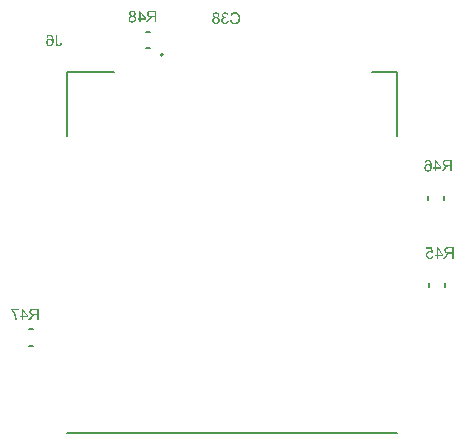
<source format=gbo>
G04*
G04 #@! TF.GenerationSoftware,Altium Limited,Altium Designer,20.1.11 (218)*
G04*
G04 Layer_Color=32896*
%FSAX25Y25*%
%MOIN*%
G70*
G04*
G04 #@! TF.SameCoordinates,67A62120-44F4-422E-8626-A4E8A68DA6A5*
G04*
G04*
G04 #@! TF.FilePolarity,Positive*
G04*
G01*
G75*
%ADD13C,0.00787*%
%ADD16C,0.00500*%
G36*
X0092330Y-0257855D02*
X0091821D01*
Y-0256147D01*
X0091166D01*
X0091107Y-0256153D01*
X0091060D01*
X0091019Y-0256159D01*
X0090990Y-0256164D01*
X0090967D01*
X0090955Y-0256170D01*
X0090949D01*
X0090861Y-0256200D01*
X0090791Y-0256235D01*
X0090762Y-0256252D01*
X0090739Y-0256264D01*
X0090727Y-0256270D01*
X0090721Y-0256276D01*
X0090674Y-0256305D01*
X0090633Y-0256346D01*
X0090545Y-0256428D01*
X0090516Y-0256469D01*
X0090487Y-0256504D01*
X0090469Y-0256527D01*
X0090464Y-0256533D01*
X0090405Y-0256609D01*
X0090347Y-0256691D01*
X0090282Y-0256779D01*
X0090224Y-0256866D01*
X0090171Y-0256943D01*
X0090130Y-0257001D01*
X0090118Y-0257024D01*
X0090107Y-0257042D01*
X0090095Y-0257054D01*
Y-0257060D01*
X0089586Y-0257855D01*
X0088949D01*
X0089615Y-0256814D01*
X0089691Y-0256703D01*
X0089767Y-0256603D01*
X0089838Y-0256515D01*
X0089902Y-0256439D01*
X0089955Y-0256381D01*
X0089996Y-0256334D01*
X0090025Y-0256311D01*
X0090037Y-0256299D01*
X0090078Y-0256264D01*
X0090130Y-0256229D01*
X0090230Y-0256164D01*
X0090271Y-0256141D01*
X0090306Y-0256123D01*
X0090329Y-0256112D01*
X0090341Y-0256106D01*
X0090241Y-0256088D01*
X0090148Y-0256071D01*
X0090060Y-0256047D01*
X0089984Y-0256018D01*
X0089908Y-0255989D01*
X0089843Y-0255960D01*
X0089779Y-0255930D01*
X0089727Y-0255901D01*
X0089680Y-0255872D01*
X0089639Y-0255849D01*
X0089604Y-0255819D01*
X0089574Y-0255802D01*
X0089557Y-0255778D01*
X0089539Y-0255767D01*
X0089528Y-0255755D01*
X0089481Y-0255702D01*
X0089440Y-0255644D01*
X0089370Y-0255527D01*
X0089323Y-0255416D01*
X0089294Y-0255305D01*
X0089270Y-0255211D01*
X0089264Y-0255170D01*
Y-0255135D01*
X0089258Y-0255106D01*
Y-0255082D01*
Y-0255070D01*
Y-0255065D01*
X0089264Y-0254948D01*
X0089282Y-0254842D01*
X0089311Y-0254743D01*
X0089340Y-0254655D01*
X0089370Y-0254585D01*
X0089399Y-0254532D01*
X0089416Y-0254497D01*
X0089422Y-0254486D01*
X0089487Y-0254392D01*
X0089557Y-0254316D01*
X0089627Y-0254252D01*
X0089697Y-0254205D01*
X0089756Y-0254164D01*
X0089803Y-0254134D01*
X0089838Y-0254123D01*
X0089843Y-0254117D01*
X0089849D01*
X0089902Y-0254099D01*
X0089960Y-0254082D01*
X0090083Y-0254058D01*
X0090212Y-0254035D01*
X0090335Y-0254023D01*
X0090452Y-0254017D01*
X0090499D01*
X0090545Y-0254012D01*
X0092330D01*
Y-0257855D01*
D02*
G37*
G36*
X0088814Y-0256504D02*
Y-0256937D01*
X0087147D01*
Y-0257855D01*
X0086673D01*
Y-0256937D01*
X0086152D01*
Y-0256504D01*
X0086673D01*
Y-0254017D01*
X0087059D01*
X0088814Y-0256504D01*
D02*
G37*
G36*
X0084520Y-0254000D02*
X0084602Y-0254006D01*
X0084760Y-0254041D01*
X0084900Y-0254082D01*
X0085011Y-0254134D01*
X0085064Y-0254164D01*
X0085105Y-0254187D01*
X0085140Y-0254216D01*
X0085175Y-0254234D01*
X0085199Y-0254252D01*
X0085216Y-0254269D01*
X0085222Y-0254275D01*
X0085228Y-0254281D01*
X0085281Y-0254333D01*
X0085327Y-0254392D01*
X0085368Y-0254450D01*
X0085397Y-0254515D01*
X0085456Y-0254632D01*
X0085491Y-0254743D01*
X0085509Y-0254842D01*
X0085514Y-0254883D01*
X0085520Y-0254918D01*
X0085526Y-0254948D01*
Y-0254971D01*
Y-0254983D01*
Y-0254989D01*
X0085520Y-0255088D01*
X0085503Y-0255176D01*
X0085479Y-0255258D01*
X0085456Y-0255328D01*
X0085433Y-0255386D01*
X0085409Y-0255427D01*
X0085392Y-0255451D01*
X0085386Y-0255462D01*
X0085327Y-0255533D01*
X0085257Y-0255591D01*
X0085187Y-0255644D01*
X0085111Y-0255691D01*
X0085046Y-0255720D01*
X0084994Y-0255749D01*
X0084959Y-0255761D01*
X0084953Y-0255767D01*
X0084947D01*
X0085070Y-0255808D01*
X0085181Y-0255860D01*
X0085275Y-0255919D01*
X0085351Y-0255977D01*
X0085409Y-0256030D01*
X0085456Y-0256077D01*
X0085479Y-0256106D01*
X0085491Y-0256112D01*
Y-0256118D01*
X0085555Y-0256217D01*
X0085596Y-0256322D01*
X0085632Y-0256428D01*
X0085655Y-0256527D01*
X0085667Y-0256609D01*
X0085672Y-0256650D01*
Y-0256679D01*
X0085678Y-0256709D01*
Y-0256726D01*
Y-0256738D01*
Y-0256744D01*
X0085672Y-0256837D01*
X0085661Y-0256925D01*
X0085649Y-0257007D01*
X0085626Y-0257089D01*
X0085567Y-0257229D01*
X0085538Y-0257294D01*
X0085503Y-0257352D01*
X0085474Y-0257405D01*
X0085444Y-0257451D01*
X0085415Y-0257492D01*
X0085386Y-0257527D01*
X0085362Y-0257551D01*
X0085351Y-0257568D01*
X0085339Y-0257580D01*
X0085333Y-0257586D01*
X0085263Y-0257645D01*
X0085193Y-0257697D01*
X0085117Y-0257738D01*
X0085041Y-0257779D01*
X0084965Y-0257808D01*
X0084889Y-0257838D01*
X0084742Y-0257878D01*
X0084672Y-0257890D01*
X0084614Y-0257902D01*
X0084555Y-0257908D01*
X0084508Y-0257914D01*
X0084467Y-0257919D01*
X0084415D01*
X0084309Y-0257914D01*
X0084210Y-0257908D01*
X0084116Y-0257890D01*
X0084035Y-0257867D01*
X0083953Y-0257843D01*
X0083877Y-0257814D01*
X0083806Y-0257785D01*
X0083742Y-0257750D01*
X0083684Y-0257720D01*
X0083637Y-0257691D01*
X0083596Y-0257662D01*
X0083561Y-0257639D01*
X0083531Y-0257615D01*
X0083514Y-0257598D01*
X0083502Y-0257592D01*
X0083496Y-0257586D01*
X0083432Y-0257522D01*
X0083379Y-0257457D01*
X0083333Y-0257387D01*
X0083292Y-0257317D01*
X0083256Y-0257247D01*
X0083233Y-0257176D01*
X0083186Y-0257048D01*
X0083163Y-0256931D01*
X0083157Y-0256878D01*
X0083151Y-0256837D01*
X0083145Y-0256802D01*
Y-0256779D01*
Y-0256761D01*
Y-0256755D01*
X0083151Y-0256627D01*
X0083175Y-0256510D01*
X0083204Y-0256404D01*
X0083239Y-0256316D01*
X0083274Y-0256241D01*
X0083303Y-0256188D01*
X0083327Y-0256153D01*
X0083333Y-0256141D01*
X0083408Y-0256053D01*
X0083496Y-0255971D01*
X0083584Y-0255907D01*
X0083672Y-0255854D01*
X0083748Y-0255819D01*
X0083812Y-0255790D01*
X0083836Y-0255778D01*
X0083853Y-0255772D01*
X0083865Y-0255767D01*
X0083871D01*
X0083771Y-0255726D01*
X0083684Y-0255673D01*
X0083607Y-0255626D01*
X0083549Y-0255579D01*
X0083502Y-0255533D01*
X0083467Y-0255498D01*
X0083450Y-0255474D01*
X0083444Y-0255468D01*
X0083397Y-0255392D01*
X0083362Y-0255310D01*
X0083338Y-0255234D01*
X0083321Y-0255158D01*
X0083309Y-0255094D01*
X0083303Y-0255047D01*
Y-0255012D01*
Y-0255000D01*
X0083309Y-0254924D01*
X0083315Y-0254848D01*
X0083350Y-0254714D01*
X0083403Y-0254591D01*
X0083455Y-0254486D01*
X0083514Y-0254404D01*
X0083543Y-0254368D01*
X0083566Y-0254339D01*
X0083584Y-0254316D01*
X0083602Y-0254298D01*
X0083607Y-0254292D01*
X0083613Y-0254287D01*
X0083672Y-0254234D01*
X0083736Y-0254187D01*
X0083801Y-0254152D01*
X0083871Y-0254117D01*
X0084005Y-0254064D01*
X0084134Y-0254029D01*
X0084251Y-0254012D01*
X0084298Y-0254000D01*
X0084345D01*
X0084380Y-0253994D01*
X0084426D01*
X0084520Y-0254000D01*
D02*
G37*
G36*
X0053156Y-0357102D02*
X0052647D01*
Y-0355394D01*
X0051992D01*
X0051934Y-0355400D01*
X0051887D01*
X0051846Y-0355406D01*
X0051817Y-0355412D01*
X0051793D01*
X0051782Y-0355417D01*
X0051776D01*
X0051688Y-0355447D01*
X0051618Y-0355482D01*
X0051589Y-0355499D01*
X0051565Y-0355511D01*
X0051553Y-0355517D01*
X0051548Y-0355523D01*
X0051501Y-0355552D01*
X0051460Y-0355593D01*
X0051372Y-0355675D01*
X0051343Y-0355716D01*
X0051314Y-0355751D01*
X0051296Y-0355774D01*
X0051290Y-0355780D01*
X0051232Y-0355856D01*
X0051173Y-0355938D01*
X0051109Y-0356026D01*
X0051050Y-0356114D01*
X0050998Y-0356190D01*
X0050957Y-0356248D01*
X0050945Y-0356272D01*
X0050933Y-0356289D01*
X0050922Y-0356301D01*
Y-0356307D01*
X0050413Y-0357102D01*
X0049775D01*
X0050442Y-0356061D01*
X0050518Y-0355950D01*
X0050594Y-0355850D01*
X0050664Y-0355763D01*
X0050729Y-0355686D01*
X0050781Y-0355628D01*
X0050822Y-0355581D01*
X0050852Y-0355558D01*
X0050863Y-0355546D01*
X0050904Y-0355511D01*
X0050957Y-0355476D01*
X0051056Y-0355412D01*
X0051097Y-0355388D01*
X0051132Y-0355371D01*
X0051156Y-0355359D01*
X0051167Y-0355353D01*
X0051068Y-0355335D01*
X0050974Y-0355318D01*
X0050887Y-0355295D01*
X0050810Y-0355265D01*
X0050735Y-0355236D01*
X0050670Y-0355207D01*
X0050606Y-0355178D01*
X0050553Y-0355148D01*
X0050506Y-0355119D01*
X0050465Y-0355096D01*
X0050430Y-0355066D01*
X0050401Y-0355049D01*
X0050384Y-0355026D01*
X0050366Y-0355014D01*
X0050354Y-0355002D01*
X0050307Y-0354949D01*
X0050266Y-0354891D01*
X0050196Y-0354774D01*
X0050150Y-0354663D01*
X0050120Y-0354552D01*
X0050097Y-0354458D01*
X0050091Y-0354417D01*
Y-0354382D01*
X0050085Y-0354353D01*
Y-0354329D01*
Y-0354318D01*
Y-0354312D01*
X0050091Y-0354195D01*
X0050108Y-0354089D01*
X0050138Y-0353990D01*
X0050167Y-0353902D01*
X0050196Y-0353832D01*
X0050226Y-0353779D01*
X0050243Y-0353744D01*
X0050249Y-0353733D01*
X0050313Y-0353639D01*
X0050384Y-0353563D01*
X0050454Y-0353499D01*
X0050524Y-0353452D01*
X0050582Y-0353411D01*
X0050629Y-0353382D01*
X0050664Y-0353370D01*
X0050670Y-0353364D01*
X0050676D01*
X0050729Y-0353346D01*
X0050787Y-0353329D01*
X0050910Y-0353306D01*
X0051039Y-0353282D01*
X0051161Y-0353271D01*
X0051279Y-0353265D01*
X0051325D01*
X0051372Y-0353259D01*
X0053156D01*
Y-0357102D01*
D02*
G37*
G36*
X0049641Y-0355751D02*
Y-0356184D01*
X0047973D01*
Y-0357102D01*
X0047499D01*
Y-0356184D01*
X0046979D01*
Y-0355751D01*
X0047499D01*
Y-0353265D01*
X0047886D01*
X0049641Y-0355751D01*
D02*
G37*
G36*
X0046470Y-0353756D02*
X0044586D01*
X0044721Y-0353920D01*
X0044844Y-0354089D01*
X0044960Y-0354259D01*
X0045066Y-0354417D01*
X0045107Y-0354493D01*
X0045148Y-0354557D01*
X0045183Y-0354616D01*
X0045212Y-0354669D01*
X0045235Y-0354710D01*
X0045253Y-0354739D01*
X0045265Y-0354762D01*
X0045271Y-0354768D01*
X0045382Y-0354990D01*
X0045481Y-0355213D01*
X0045563Y-0355423D01*
X0045598Y-0355523D01*
X0045633Y-0355610D01*
X0045663Y-0355698D01*
X0045686Y-0355774D01*
X0045709Y-0355839D01*
X0045727Y-0355897D01*
X0045739Y-0355944D01*
X0045750Y-0355979D01*
X0045756Y-0356002D01*
Y-0356008D01*
X0045815Y-0356242D01*
X0045838Y-0356348D01*
X0045856Y-0356453D01*
X0045873Y-0356546D01*
X0045885Y-0356634D01*
X0045897Y-0356722D01*
X0045908Y-0356798D01*
X0045914Y-0356862D01*
X0045920Y-0356927D01*
X0045926Y-0356979D01*
Y-0357020D01*
X0045932Y-0357055D01*
Y-0357079D01*
Y-0357096D01*
Y-0357102D01*
X0045446D01*
X0045428Y-0356892D01*
X0045405Y-0356693D01*
X0045376Y-0356517D01*
X0045358Y-0356435D01*
X0045347Y-0356359D01*
X0045329Y-0356295D01*
X0045317Y-0356231D01*
X0045306Y-0356178D01*
X0045294Y-0356131D01*
X0045282Y-0356096D01*
X0045276Y-0356073D01*
X0045271Y-0356055D01*
Y-0356049D01*
X0045189Y-0355792D01*
X0045101Y-0355552D01*
X0045054Y-0355435D01*
X0045007Y-0355324D01*
X0044960Y-0355219D01*
X0044920Y-0355125D01*
X0044879Y-0355037D01*
X0044838Y-0354955D01*
X0044803Y-0354885D01*
X0044773Y-0354827D01*
X0044750Y-0354780D01*
X0044732Y-0354745D01*
X0044721Y-0354721D01*
X0044715Y-0354715D01*
X0044645Y-0354598D01*
X0044580Y-0354481D01*
X0044510Y-0354376D01*
X0044446Y-0354277D01*
X0044387Y-0354183D01*
X0044323Y-0354101D01*
X0044264Y-0354019D01*
X0044212Y-0353949D01*
X0044165Y-0353891D01*
X0044118Y-0353832D01*
X0044077Y-0353785D01*
X0044048Y-0353744D01*
X0044019Y-0353715D01*
X0044001Y-0353692D01*
X0043989Y-0353680D01*
X0043984Y-0353674D01*
Y-0353306D01*
X0046470D01*
Y-0353756D01*
D02*
G37*
G36*
X0183043Y-0303669D02*
X0183149Y-0303680D01*
X0183248Y-0303704D01*
X0183342Y-0303733D01*
X0183429Y-0303768D01*
X0183505Y-0303803D01*
X0183581Y-0303844D01*
X0183646Y-0303885D01*
X0183704Y-0303926D01*
X0183757Y-0303967D01*
X0183798Y-0304002D01*
X0183839Y-0304037D01*
X0183868Y-0304067D01*
X0183886Y-0304090D01*
X0183897Y-0304102D01*
X0183903Y-0304108D01*
X0183973Y-0304207D01*
X0184038Y-0304324D01*
X0184090Y-0304441D01*
X0184137Y-0304576D01*
X0184178Y-0304704D01*
X0184213Y-0304839D01*
X0184242Y-0304973D01*
X0184260Y-0305108D01*
X0184277Y-0305231D01*
X0184289Y-0305348D01*
X0184301Y-0305453D01*
X0184307Y-0305547D01*
X0184313Y-0305623D01*
Y-0305681D01*
Y-0305699D01*
Y-0305716D01*
Y-0305722D01*
Y-0305728D01*
X0184307Y-0305909D01*
X0184295Y-0306073D01*
X0184277Y-0306231D01*
X0184254Y-0306371D01*
X0184225Y-0306500D01*
X0184196Y-0306617D01*
X0184160Y-0306722D01*
X0184125Y-0306816D01*
X0184096Y-0306898D01*
X0184061Y-0306968D01*
X0184032Y-0307027D01*
X0184003Y-0307073D01*
X0183979Y-0307109D01*
X0183962Y-0307132D01*
X0183950Y-0307150D01*
X0183944Y-0307155D01*
X0183874Y-0307231D01*
X0183798Y-0307296D01*
X0183716Y-0307354D01*
X0183634Y-0307407D01*
X0183552Y-0307448D01*
X0183476Y-0307483D01*
X0183394Y-0307512D01*
X0183318Y-0307536D01*
X0183248Y-0307553D01*
X0183184Y-0307565D01*
X0183125Y-0307577D01*
X0183078Y-0307582D01*
X0183037D01*
X0183002Y-0307588D01*
X0182979D01*
X0182856Y-0307582D01*
X0182739Y-0307565D01*
X0182634Y-0307536D01*
X0182540Y-0307506D01*
X0182470Y-0307477D01*
X0182411Y-0307448D01*
X0182376Y-0307430D01*
X0182365Y-0307424D01*
X0182265Y-0307354D01*
X0182183Y-0307278D01*
X0182107Y-0307202D01*
X0182043Y-0307126D01*
X0181996Y-0307056D01*
X0181961Y-0307003D01*
X0181949Y-0306980D01*
X0181938Y-0306962D01*
X0181932Y-0306957D01*
Y-0306951D01*
X0181879Y-0306834D01*
X0181838Y-0306717D01*
X0181815Y-0306600D01*
X0181791Y-0306500D01*
X0181780Y-0306407D01*
Y-0306371D01*
X0181774Y-0306336D01*
Y-0306313D01*
Y-0306295D01*
Y-0306284D01*
Y-0306278D01*
X0181780Y-0306178D01*
X0181785Y-0306079D01*
X0181803Y-0305991D01*
X0181826Y-0305904D01*
X0181850Y-0305827D01*
X0181879Y-0305751D01*
X0181908Y-0305687D01*
X0181938Y-0305623D01*
X0181973Y-0305570D01*
X0182002Y-0305523D01*
X0182031Y-0305482D01*
X0182054Y-0305447D01*
X0182078Y-0305418D01*
X0182096Y-0305400D01*
X0182101Y-0305389D01*
X0182107Y-0305383D01*
X0182172Y-0305318D01*
X0182236Y-0305266D01*
X0182306Y-0305219D01*
X0182376Y-0305178D01*
X0182441Y-0305143D01*
X0182511Y-0305120D01*
X0182634Y-0305073D01*
X0182745Y-0305049D01*
X0182792Y-0305044D01*
X0182833Y-0305038D01*
X0182868Y-0305032D01*
X0182914D01*
X0183014Y-0305038D01*
X0183107Y-0305049D01*
X0183195Y-0305073D01*
X0183271Y-0305096D01*
X0183336Y-0305120D01*
X0183388Y-0305143D01*
X0183418Y-0305155D01*
X0183429Y-0305161D01*
X0183517Y-0305213D01*
X0183599Y-0305272D01*
X0183669Y-0305336D01*
X0183728Y-0305400D01*
X0183780Y-0305459D01*
X0183815Y-0305506D01*
X0183839Y-0305535D01*
X0183845Y-0305541D01*
Y-0305441D01*
X0183839Y-0305342D01*
X0183833Y-0305248D01*
X0183827Y-0305161D01*
X0183815Y-0305084D01*
X0183804Y-0305009D01*
X0183792Y-0304944D01*
X0183780Y-0304886D01*
X0183769Y-0304833D01*
X0183757Y-0304786D01*
X0183745Y-0304745D01*
X0183733Y-0304716D01*
X0183728Y-0304693D01*
X0183722Y-0304669D01*
X0183716Y-0304663D01*
Y-0304658D01*
X0183663Y-0304546D01*
X0183605Y-0304447D01*
X0183546Y-0304365D01*
X0183488Y-0304301D01*
X0183441Y-0304248D01*
X0183400Y-0304207D01*
X0183377Y-0304184D01*
X0183365Y-0304178D01*
X0183295Y-0304137D01*
X0183230Y-0304102D01*
X0183160Y-0304078D01*
X0183096Y-0304067D01*
X0183043Y-0304055D01*
X0183002Y-0304049D01*
X0182961D01*
X0182862Y-0304055D01*
X0182768Y-0304078D01*
X0182686Y-0304113D01*
X0182616Y-0304149D01*
X0182563Y-0304189D01*
X0182523Y-0304219D01*
X0182493Y-0304242D01*
X0182487Y-0304254D01*
X0182447Y-0304307D01*
X0182411Y-0304365D01*
X0182353Y-0304500D01*
X0182335Y-0304558D01*
X0182318Y-0304605D01*
X0182306Y-0304640D01*
Y-0304646D01*
Y-0304652D01*
X0181838Y-0304616D01*
X0181867Y-0304459D01*
X0181920Y-0304318D01*
X0181973Y-0304201D01*
X0182037Y-0304102D01*
X0182096Y-0304026D01*
X0182142Y-0303967D01*
X0182177Y-0303932D01*
X0182183Y-0303920D01*
X0182189D01*
X0182248Y-0303874D01*
X0182306Y-0303833D01*
X0182429Y-0303774D01*
X0182552Y-0303727D01*
X0182669Y-0303692D01*
X0182774Y-0303675D01*
X0182821Y-0303669D01*
X0182856D01*
X0182891Y-0303663D01*
X0182932D01*
X0183043Y-0303669D01*
D02*
G37*
G36*
X0190947Y-0307524D02*
X0190438D01*
Y-0305816D01*
X0189782D01*
X0189724Y-0305822D01*
X0189677D01*
X0189636Y-0305827D01*
X0189607Y-0305833D01*
X0189584D01*
X0189572Y-0305839D01*
X0189566D01*
X0189478Y-0305868D01*
X0189408Y-0305904D01*
X0189379Y-0305921D01*
X0189355Y-0305933D01*
X0189344Y-0305939D01*
X0189338Y-0305944D01*
X0189291Y-0305974D01*
X0189250Y-0306015D01*
X0189162Y-0306097D01*
X0189133Y-0306137D01*
X0189104Y-0306173D01*
X0189086Y-0306196D01*
X0189080Y-0306202D01*
X0189022Y-0306278D01*
X0188963Y-0306360D01*
X0188899Y-0306448D01*
X0188841Y-0306535D01*
X0188788Y-0306611D01*
X0188747Y-0306670D01*
X0188735Y-0306693D01*
X0188724Y-0306711D01*
X0188712Y-0306722D01*
Y-0306728D01*
X0188203Y-0307524D01*
X0187565D01*
X0188232Y-0306483D01*
X0188308Y-0306371D01*
X0188384Y-0306272D01*
X0188454Y-0306184D01*
X0188519Y-0306108D01*
X0188572Y-0306050D01*
X0188612Y-0306003D01*
X0188642Y-0305980D01*
X0188653Y-0305968D01*
X0188694Y-0305933D01*
X0188747Y-0305898D01*
X0188846Y-0305833D01*
X0188887Y-0305810D01*
X0188923Y-0305792D01*
X0188946Y-0305781D01*
X0188958Y-0305775D01*
X0188858Y-0305757D01*
X0188765Y-0305740D01*
X0188677Y-0305716D01*
X0188601Y-0305687D01*
X0188525Y-0305658D01*
X0188460Y-0305629D01*
X0188396Y-0305599D01*
X0188343Y-0305570D01*
X0188296Y-0305541D01*
X0188256Y-0305517D01*
X0188221Y-0305488D01*
X0188191Y-0305471D01*
X0188174Y-0305447D01*
X0188156Y-0305435D01*
X0188144Y-0305424D01*
X0188098Y-0305371D01*
X0188057Y-0305313D01*
X0187986Y-0305196D01*
X0187940Y-0305084D01*
X0187910Y-0304973D01*
X0187887Y-0304880D01*
X0187881Y-0304839D01*
Y-0304804D01*
X0187875Y-0304774D01*
Y-0304751D01*
Y-0304739D01*
Y-0304733D01*
X0187881Y-0304616D01*
X0187899Y-0304511D01*
X0187928Y-0304412D01*
X0187957Y-0304324D01*
X0187986Y-0304254D01*
X0188016Y-0304201D01*
X0188033Y-0304166D01*
X0188039Y-0304154D01*
X0188103Y-0304061D01*
X0188174Y-0303985D01*
X0188244Y-0303920D01*
X0188314Y-0303874D01*
X0188373Y-0303833D01*
X0188419Y-0303803D01*
X0188454Y-0303792D01*
X0188460Y-0303786D01*
X0188466D01*
X0188519Y-0303768D01*
X0188577Y-0303751D01*
X0188700Y-0303727D01*
X0188829Y-0303704D01*
X0188952Y-0303692D01*
X0189069Y-0303686D01*
X0189116D01*
X0189162Y-0303680D01*
X0190947D01*
Y-0307524D01*
D02*
G37*
G36*
X0187431Y-0306173D02*
Y-0306606D01*
X0185763D01*
Y-0307524D01*
X0185290D01*
Y-0306606D01*
X0184769D01*
Y-0306173D01*
X0185290D01*
Y-0303686D01*
X0185676D01*
X0187431Y-0306173D01*
D02*
G37*
G36*
X0184738Y-0334810D02*
X0184293Y-0334874D01*
X0184253Y-0334816D01*
X0184206Y-0334763D01*
X0184159Y-0334716D01*
X0184118Y-0334675D01*
X0184077Y-0334646D01*
X0184042Y-0334623D01*
X0184019Y-0334611D01*
X0184013Y-0334605D01*
X0183942Y-0334570D01*
X0183872Y-0334541D01*
X0183802Y-0334523D01*
X0183738Y-0334506D01*
X0183679Y-0334500D01*
X0183638Y-0334494D01*
X0183597D01*
X0183469Y-0334506D01*
X0183352Y-0334529D01*
X0183246Y-0334570D01*
X0183165Y-0334611D01*
X0183094Y-0334652D01*
X0183047Y-0334693D01*
X0183018Y-0334716D01*
X0183007Y-0334728D01*
X0182930Y-0334821D01*
X0182872Y-0334927D01*
X0182831Y-0335032D01*
X0182808Y-0335131D01*
X0182790Y-0335225D01*
X0182784Y-0335266D01*
Y-0335301D01*
X0182778Y-0335325D01*
Y-0335348D01*
Y-0335360D01*
Y-0335365D01*
X0182790Y-0335518D01*
X0182813Y-0335652D01*
X0182854Y-0335769D01*
X0182895Y-0335869D01*
X0182936Y-0335945D01*
X0182977Y-0336003D01*
X0183001Y-0336038D01*
X0183012Y-0336044D01*
Y-0336050D01*
X0183059Y-0336097D01*
X0183106Y-0336132D01*
X0183200Y-0336196D01*
X0183299Y-0336237D01*
X0183387Y-0336272D01*
X0183469Y-0336290D01*
X0183533Y-0336296D01*
X0183556Y-0336301D01*
X0183591D01*
X0183691Y-0336296D01*
X0183784Y-0336272D01*
X0183867Y-0336243D01*
X0183937Y-0336214D01*
X0183995Y-0336179D01*
X0184036Y-0336155D01*
X0184060Y-0336132D01*
X0184071Y-0336126D01*
X0184141Y-0336050D01*
X0184194Y-0335962D01*
X0184241Y-0335874D01*
X0184270Y-0335787D01*
X0184293Y-0335705D01*
X0184311Y-0335640D01*
X0184317Y-0335617D01*
X0184323Y-0335599D01*
Y-0335588D01*
Y-0335582D01*
X0184820Y-0335617D01*
X0184808Y-0335705D01*
X0184791Y-0335792D01*
X0184744Y-0335945D01*
X0184680Y-0336079D01*
X0184615Y-0336190D01*
X0184580Y-0336237D01*
X0184551Y-0336278D01*
X0184522Y-0336313D01*
X0184498Y-0336342D01*
X0184475Y-0336366D01*
X0184457Y-0336383D01*
X0184451Y-0336389D01*
X0184446Y-0336395D01*
X0184381Y-0336448D01*
X0184311Y-0336489D01*
X0184241Y-0336530D01*
X0184171Y-0336565D01*
X0184030Y-0336617D01*
X0183896Y-0336652D01*
X0183831Y-0336664D01*
X0183773Y-0336670D01*
X0183720Y-0336676D01*
X0183679Y-0336682D01*
X0183644Y-0336687D01*
X0183591D01*
X0183475Y-0336682D01*
X0183363Y-0336670D01*
X0183264Y-0336647D01*
X0183165Y-0336617D01*
X0183077Y-0336582D01*
X0182989Y-0336541D01*
X0182913Y-0336500D01*
X0182849Y-0336454D01*
X0182784Y-0336413D01*
X0182731Y-0336372D01*
X0182685Y-0336331D01*
X0182650Y-0336296D01*
X0182620Y-0336266D01*
X0182597Y-0336243D01*
X0182585Y-0336231D01*
X0182579Y-0336225D01*
X0182527Y-0336155D01*
X0182480Y-0336079D01*
X0182439Y-0336003D01*
X0182404Y-0335921D01*
X0182351Y-0335775D01*
X0182310Y-0335634D01*
X0182299Y-0335570D01*
X0182293Y-0335512D01*
X0182287Y-0335459D01*
X0182281Y-0335412D01*
X0182275Y-0335377D01*
Y-0335348D01*
Y-0335330D01*
Y-0335325D01*
X0182281Y-0335225D01*
X0182293Y-0335126D01*
X0182310Y-0335038D01*
X0182328Y-0334950D01*
X0182357Y-0334874D01*
X0182386Y-0334798D01*
X0182416Y-0334734D01*
X0182451Y-0334669D01*
X0182486Y-0334617D01*
X0182515Y-0334570D01*
X0182544Y-0334529D01*
X0182574Y-0334494D01*
X0182591Y-0334465D01*
X0182609Y-0334447D01*
X0182620Y-0334435D01*
X0182626Y-0334429D01*
X0182691Y-0334365D01*
X0182761Y-0334312D01*
X0182831Y-0334266D01*
X0182907Y-0334225D01*
X0182977Y-0334190D01*
X0183047Y-0334166D01*
X0183182Y-0334119D01*
X0183240Y-0334108D01*
X0183299Y-0334096D01*
X0183346Y-0334090D01*
X0183393Y-0334084D01*
X0183428Y-0334078D01*
X0183475D01*
X0183615Y-0334090D01*
X0183749Y-0334119D01*
X0183872Y-0334155D01*
X0183978Y-0334201D01*
X0184071Y-0334248D01*
X0184106Y-0334266D01*
X0184141Y-0334283D01*
X0184165Y-0334301D01*
X0184182Y-0334312D01*
X0184194Y-0334318D01*
X0184200Y-0334324D01*
X0183989Y-0333289D01*
X0182457D01*
Y-0332838D01*
X0184364D01*
X0184738Y-0334810D01*
D02*
G37*
G36*
X0191477Y-0336623D02*
X0190968D01*
Y-0334915D01*
X0190313D01*
X0190255Y-0334921D01*
X0190208D01*
X0190167Y-0334927D01*
X0190138Y-0334932D01*
X0190114D01*
X0190103Y-0334938D01*
X0190097D01*
X0190009Y-0334968D01*
X0189939Y-0335003D01*
X0189910Y-0335020D01*
X0189886Y-0335032D01*
X0189874Y-0335038D01*
X0189869Y-0335044D01*
X0189822Y-0335073D01*
X0189781Y-0335114D01*
X0189693Y-0335196D01*
X0189664Y-0335237D01*
X0189635Y-0335272D01*
X0189617Y-0335295D01*
X0189611Y-0335301D01*
X0189553Y-0335377D01*
X0189494Y-0335459D01*
X0189430Y-0335547D01*
X0189371Y-0335634D01*
X0189319Y-0335711D01*
X0189278Y-0335769D01*
X0189266Y-0335792D01*
X0189254Y-0335810D01*
X0189243Y-0335822D01*
Y-0335828D01*
X0188734Y-0336623D01*
X0188096D01*
X0188763Y-0335582D01*
X0188839Y-0335471D01*
X0188915Y-0335371D01*
X0188985Y-0335283D01*
X0189049Y-0335208D01*
X0189102Y-0335149D01*
X0189143Y-0335102D01*
X0189172Y-0335079D01*
X0189184Y-0335067D01*
X0189225Y-0335032D01*
X0189278Y-0334997D01*
X0189377Y-0334932D01*
X0189418Y-0334909D01*
X0189453Y-0334892D01*
X0189477Y-0334880D01*
X0189488Y-0334874D01*
X0189389Y-0334857D01*
X0189295Y-0334839D01*
X0189207Y-0334816D01*
X0189131Y-0334786D01*
X0189055Y-0334757D01*
X0188991Y-0334728D01*
X0188927Y-0334699D01*
X0188874Y-0334669D01*
X0188827Y-0334640D01*
X0188786Y-0334617D01*
X0188751Y-0334587D01*
X0188722Y-0334570D01*
X0188704Y-0334546D01*
X0188687Y-0334535D01*
X0188675Y-0334523D01*
X0188628Y-0334470D01*
X0188587Y-0334412D01*
X0188517Y-0334295D01*
X0188470Y-0334184D01*
X0188441Y-0334073D01*
X0188418Y-0333979D01*
X0188412Y-0333938D01*
Y-0333903D01*
X0188406Y-0333874D01*
Y-0333850D01*
Y-0333839D01*
Y-0333833D01*
X0188412Y-0333716D01*
X0188429Y-0333610D01*
X0188459Y-0333511D01*
X0188488Y-0333423D01*
X0188517Y-0333353D01*
X0188547Y-0333300D01*
X0188564Y-0333265D01*
X0188570Y-0333254D01*
X0188634Y-0333160D01*
X0188704Y-0333084D01*
X0188775Y-0333020D01*
X0188845Y-0332973D01*
X0188903Y-0332932D01*
X0188950Y-0332903D01*
X0188985Y-0332891D01*
X0188991Y-0332885D01*
X0188997D01*
X0189049Y-0332868D01*
X0189108Y-0332850D01*
X0189231Y-0332826D01*
X0189360Y-0332803D01*
X0189482Y-0332791D01*
X0189600Y-0332786D01*
X0189646D01*
X0189693Y-0332780D01*
X0191477D01*
Y-0336623D01*
D02*
G37*
G36*
X0187961Y-0335272D02*
Y-0335705D01*
X0186294D01*
Y-0336623D01*
X0185820D01*
Y-0335705D01*
X0185300D01*
Y-0335272D01*
X0185820D01*
Y-0332786D01*
X0186206D01*
X0187961Y-0335272D01*
D02*
G37*
G36*
X0056929Y-0261935D02*
X0057034Y-0261947D01*
X0057134Y-0261970D01*
X0057227Y-0262000D01*
X0057315Y-0262035D01*
X0057391Y-0262070D01*
X0057467Y-0262111D01*
X0057532Y-0262152D01*
X0057590Y-0262193D01*
X0057643Y-0262233D01*
X0057684Y-0262269D01*
X0057725Y-0262304D01*
X0057754Y-0262333D01*
X0057772Y-0262356D01*
X0057783Y-0262368D01*
X0057789Y-0262374D01*
X0057859Y-0262473D01*
X0057924Y-0262590D01*
X0057976Y-0262707D01*
X0058023Y-0262842D01*
X0058064Y-0262971D01*
X0058099Y-0263105D01*
X0058128Y-0263240D01*
X0058146Y-0263374D01*
X0058163Y-0263497D01*
X0058175Y-0263614D01*
X0058187Y-0263719D01*
X0058193Y-0263813D01*
X0058199Y-0263889D01*
Y-0263948D01*
Y-0263965D01*
Y-0263983D01*
Y-0263988D01*
Y-0263994D01*
X0058193Y-0264176D01*
X0058181Y-0264339D01*
X0058163Y-0264497D01*
X0058140Y-0264638D01*
X0058111Y-0264767D01*
X0058082Y-0264883D01*
X0058047Y-0264989D01*
X0058011Y-0265082D01*
X0057982Y-0265164D01*
X0057947Y-0265234D01*
X0057918Y-0265293D01*
X0057889Y-0265340D01*
X0057865Y-0265375D01*
X0057848Y-0265398D01*
X0057836Y-0265416D01*
X0057830Y-0265422D01*
X0057760Y-0265498D01*
X0057684Y-0265562D01*
X0057602Y-0265621D01*
X0057520Y-0265673D01*
X0057438Y-0265714D01*
X0057362Y-0265749D01*
X0057280Y-0265779D01*
X0057204Y-0265802D01*
X0057134Y-0265820D01*
X0057070Y-0265831D01*
X0057011Y-0265843D01*
X0056964Y-0265849D01*
X0056923D01*
X0056888Y-0265855D01*
X0056865D01*
X0056742Y-0265849D01*
X0056625Y-0265831D01*
X0056520Y-0265802D01*
X0056426Y-0265773D01*
X0056356Y-0265743D01*
X0056297Y-0265714D01*
X0056262Y-0265697D01*
X0056251Y-0265691D01*
X0056151Y-0265621D01*
X0056069Y-0265545D01*
X0055993Y-0265469D01*
X0055929Y-0265392D01*
X0055882Y-0265322D01*
X0055847Y-0265270D01*
X0055835Y-0265246D01*
X0055823Y-0265229D01*
X0055818Y-0265223D01*
Y-0265217D01*
X0055765Y-0265100D01*
X0055724Y-0264983D01*
X0055701Y-0264866D01*
X0055677Y-0264767D01*
X0055666Y-0264673D01*
Y-0264638D01*
X0055660Y-0264603D01*
Y-0264579D01*
Y-0264562D01*
Y-0264550D01*
Y-0264544D01*
X0055666Y-0264445D01*
X0055671Y-0264345D01*
X0055689Y-0264258D01*
X0055712Y-0264170D01*
X0055736Y-0264094D01*
X0055765Y-0264018D01*
X0055794Y-0263953D01*
X0055823Y-0263889D01*
X0055859Y-0263836D01*
X0055888Y-0263790D01*
X0055917Y-0263749D01*
X0055941Y-0263714D01*
X0055964Y-0263684D01*
X0055981Y-0263667D01*
X0055987Y-0263655D01*
X0055993Y-0263649D01*
X0056058Y-0263585D01*
X0056122Y-0263532D01*
X0056192Y-0263485D01*
X0056262Y-0263444D01*
X0056327Y-0263409D01*
X0056397Y-0263386D01*
X0056520Y-0263339D01*
X0056631Y-0263316D01*
X0056678Y-0263310D01*
X0056719Y-0263304D01*
X0056754Y-0263298D01*
X0056801D01*
X0056900Y-0263304D01*
X0056994Y-0263316D01*
X0057081Y-0263339D01*
X0057157Y-0263363D01*
X0057222Y-0263386D01*
X0057274Y-0263409D01*
X0057304Y-0263421D01*
X0057315Y-0263427D01*
X0057403Y-0263479D01*
X0057485Y-0263538D01*
X0057555Y-0263602D01*
X0057614Y-0263667D01*
X0057666Y-0263725D01*
X0057701Y-0263772D01*
X0057725Y-0263801D01*
X0057731Y-0263807D01*
Y-0263708D01*
X0057725Y-0263608D01*
X0057719Y-0263515D01*
X0057713Y-0263427D01*
X0057701Y-0263351D01*
X0057690Y-0263275D01*
X0057678Y-0263210D01*
X0057666Y-0263152D01*
X0057655Y-0263099D01*
X0057643Y-0263053D01*
X0057631Y-0263012D01*
X0057620Y-0262982D01*
X0057614Y-0262959D01*
X0057608Y-0262935D01*
X0057602Y-0262930D01*
Y-0262924D01*
X0057549Y-0262813D01*
X0057491Y-0262713D01*
X0057432Y-0262631D01*
X0057374Y-0262567D01*
X0057327Y-0262514D01*
X0057286Y-0262473D01*
X0057263Y-0262450D01*
X0057251Y-0262444D01*
X0057181Y-0262403D01*
X0057116Y-0262368D01*
X0057046Y-0262345D01*
X0056982Y-0262333D01*
X0056929Y-0262321D01*
X0056888Y-0262315D01*
X0056847D01*
X0056748Y-0262321D01*
X0056654Y-0262345D01*
X0056572Y-0262380D01*
X0056502Y-0262415D01*
X0056450Y-0262456D01*
X0056409Y-0262485D01*
X0056379Y-0262508D01*
X0056373Y-0262520D01*
X0056332Y-0262573D01*
X0056297Y-0262631D01*
X0056239Y-0262766D01*
X0056221Y-0262824D01*
X0056204Y-0262871D01*
X0056192Y-0262906D01*
Y-0262912D01*
Y-0262918D01*
X0055724Y-0262883D01*
X0055753Y-0262725D01*
X0055806Y-0262584D01*
X0055859Y-0262468D01*
X0055923Y-0262368D01*
X0055981Y-0262292D01*
X0056028Y-0262233D01*
X0056063Y-0262198D01*
X0056069Y-0262187D01*
X0056075D01*
X0056134Y-0262140D01*
X0056192Y-0262099D01*
X0056315Y-0262040D01*
X0056438Y-0261994D01*
X0056555Y-0261959D01*
X0056660Y-0261941D01*
X0056707Y-0261935D01*
X0056742D01*
X0056777Y-0261929D01*
X0056818D01*
X0056929Y-0261935D01*
D02*
G37*
G36*
X0059322Y-0264597D02*
Y-0264714D01*
X0059333Y-0264813D01*
X0059339Y-0264895D01*
X0059351Y-0264965D01*
X0059363Y-0265018D01*
X0059369Y-0265053D01*
X0059380Y-0265077D01*
Y-0265082D01*
X0059404Y-0265135D01*
X0059433Y-0265182D01*
X0059462Y-0265223D01*
X0059497Y-0265252D01*
X0059527Y-0265281D01*
X0059550Y-0265299D01*
X0059567Y-0265311D01*
X0059573Y-0265316D01*
X0059626Y-0265346D01*
X0059679Y-0265369D01*
X0059737Y-0265381D01*
X0059790Y-0265392D01*
X0059831Y-0265398D01*
X0059866Y-0265404D01*
X0059901D01*
X0059995Y-0265398D01*
X0060076Y-0265381D01*
X0060147Y-0265352D01*
X0060205Y-0265322D01*
X0060252Y-0265299D01*
X0060281Y-0265270D01*
X0060305Y-0265252D01*
X0060311Y-0265246D01*
X0060334Y-0265211D01*
X0060357Y-0265170D01*
X0060398Y-0265082D01*
X0060427Y-0264983D01*
X0060445Y-0264878D01*
X0060463Y-0264784D01*
X0060468Y-0264743D01*
Y-0264708D01*
X0060474Y-0264679D01*
Y-0264655D01*
Y-0264644D01*
Y-0264638D01*
X0060931Y-0264702D01*
Y-0264808D01*
X0060925Y-0264901D01*
X0060913Y-0264995D01*
X0060896Y-0265077D01*
X0060878Y-0265159D01*
X0060855Y-0265229D01*
X0060831Y-0265293D01*
X0060808Y-0265352D01*
X0060784Y-0265398D01*
X0060755Y-0265445D01*
X0060738Y-0265480D01*
X0060714Y-0265515D01*
X0060697Y-0265539D01*
X0060685Y-0265556D01*
X0060673Y-0265562D01*
Y-0265568D01*
X0060620Y-0265621D01*
X0060562Y-0265662D01*
X0060504Y-0265703D01*
X0060439Y-0265732D01*
X0060311Y-0265784D01*
X0060188Y-0265820D01*
X0060076Y-0265837D01*
X0060024Y-0265843D01*
X0059983Y-0265849D01*
X0059948Y-0265855D01*
X0059901D01*
X0059778Y-0265849D01*
X0059661Y-0265831D01*
X0059562Y-0265814D01*
X0059474Y-0265784D01*
X0059404Y-0265761D01*
X0059351Y-0265743D01*
X0059316Y-0265726D01*
X0059304Y-0265720D01*
X0059216Y-0265662D01*
X0059135Y-0265597D01*
X0059070Y-0265533D01*
X0059018Y-0265463D01*
X0058982Y-0265404D01*
X0058953Y-0265357D01*
X0058936Y-0265328D01*
X0058930Y-0265316D01*
X0058889Y-0265211D01*
X0058860Y-0265088D01*
X0058842Y-0264965D01*
X0058825Y-0264843D01*
X0058819Y-0264737D01*
Y-0264690D01*
X0058813Y-0264650D01*
Y-0264614D01*
Y-0264591D01*
Y-0264574D01*
Y-0264568D01*
Y-0261947D01*
X0059322D01*
Y-0264597D01*
D02*
G37*
G36*
X0115487Y-0254503D02*
X0115633Y-0254532D01*
X0115768Y-0254573D01*
X0115879Y-0254620D01*
X0115967Y-0254673D01*
X0116002Y-0254696D01*
X0116031Y-0254714D01*
X0116060Y-0254731D01*
X0116078Y-0254743D01*
X0116084Y-0254749D01*
X0116090Y-0254754D01*
X0116195Y-0254860D01*
X0116277Y-0254977D01*
X0116347Y-0255100D01*
X0116394Y-0255217D01*
X0116435Y-0255322D01*
X0116447Y-0255369D01*
X0116458Y-0255410D01*
X0116464Y-0255439D01*
X0116470Y-0255462D01*
X0116476Y-0255480D01*
Y-0255486D01*
X0116002Y-0255568D01*
X0115979Y-0255445D01*
X0115944Y-0255340D01*
X0115908Y-0255252D01*
X0115867Y-0255182D01*
X0115832Y-0255123D01*
X0115803Y-0255082D01*
X0115780Y-0255059D01*
X0115774Y-0255053D01*
X0115698Y-0254994D01*
X0115622Y-0254953D01*
X0115546Y-0254918D01*
X0115470Y-0254901D01*
X0115411Y-0254889D01*
X0115358Y-0254877D01*
X0115312D01*
X0115212Y-0254883D01*
X0115124Y-0254907D01*
X0115048Y-0254930D01*
X0114984Y-0254965D01*
X0114931Y-0254994D01*
X0114891Y-0255024D01*
X0114867Y-0255047D01*
X0114861Y-0255053D01*
X0114803Y-0255117D01*
X0114762Y-0255193D01*
X0114727Y-0255263D01*
X0114709Y-0255328D01*
X0114697Y-0255392D01*
X0114686Y-0255439D01*
Y-0255468D01*
Y-0255474D01*
Y-0255480D01*
X0114697Y-0255597D01*
X0114727Y-0255696D01*
X0114762Y-0255778D01*
X0114808Y-0255843D01*
X0114855Y-0255895D01*
X0114891Y-0255936D01*
X0114920Y-0255960D01*
X0114931Y-0255965D01*
X0115025Y-0256018D01*
X0115119Y-0256053D01*
X0115206Y-0256082D01*
X0115288Y-0256100D01*
X0115364Y-0256112D01*
X0115417Y-0256118D01*
X0115493D01*
X0115516Y-0256112D01*
X0115546D01*
X0115598Y-0256527D01*
X0115528Y-0256509D01*
X0115464Y-0256498D01*
X0115405Y-0256492D01*
X0115358Y-0256486D01*
X0115317Y-0256480D01*
X0115265D01*
X0115148Y-0256492D01*
X0115048Y-0256515D01*
X0114955Y-0256545D01*
X0114879Y-0256586D01*
X0114814Y-0256627D01*
X0114768Y-0256656D01*
X0114744Y-0256679D01*
X0114733Y-0256691D01*
X0114662Y-0256773D01*
X0114610Y-0256860D01*
X0114569Y-0256954D01*
X0114545Y-0257036D01*
X0114528Y-0257112D01*
X0114522Y-0257171D01*
X0114516Y-0257194D01*
Y-0257211D01*
Y-0257217D01*
Y-0257223D01*
X0114528Y-0257346D01*
X0114551Y-0257457D01*
X0114586Y-0257557D01*
X0114627Y-0257639D01*
X0114674Y-0257709D01*
X0114709Y-0257755D01*
X0114733Y-0257785D01*
X0114744Y-0257797D01*
X0114832Y-0257873D01*
X0114926Y-0257931D01*
X0115019Y-0257966D01*
X0115113Y-0257995D01*
X0115189Y-0258013D01*
X0115247Y-0258019D01*
X0115271Y-0258025D01*
X0115306D01*
X0115405Y-0258019D01*
X0115499Y-0257995D01*
X0115581Y-0257966D01*
X0115645Y-0257937D01*
X0115704Y-0257902D01*
X0115745Y-0257878D01*
X0115768Y-0257855D01*
X0115780Y-0257849D01*
X0115844Y-0257773D01*
X0115902Y-0257685D01*
X0115949Y-0257586D01*
X0115984Y-0257492D01*
X0116014Y-0257404D01*
X0116031Y-0257334D01*
X0116043Y-0257311D01*
Y-0257288D01*
X0116049Y-0257276D01*
Y-0257270D01*
X0116523Y-0257334D01*
X0116511Y-0257422D01*
X0116493Y-0257504D01*
X0116441Y-0257656D01*
X0116382Y-0257791D01*
X0116312Y-0257908D01*
X0116283Y-0257954D01*
X0116248Y-0257995D01*
X0116218Y-0258031D01*
X0116195Y-0258066D01*
X0116172Y-0258089D01*
X0116154Y-0258106D01*
X0116148Y-0258112D01*
X0116142Y-0258118D01*
X0116078Y-0258171D01*
X0116008Y-0258218D01*
X0115944Y-0258259D01*
X0115873Y-0258288D01*
X0115733Y-0258346D01*
X0115598Y-0258382D01*
X0115540Y-0258393D01*
X0115481Y-0258399D01*
X0115435Y-0258405D01*
X0115388Y-0258411D01*
X0115353Y-0258417D01*
X0115306D01*
X0115206Y-0258411D01*
X0115107Y-0258399D01*
X0115013Y-0258387D01*
X0114926Y-0258364D01*
X0114844Y-0258335D01*
X0114768Y-0258305D01*
X0114697Y-0258276D01*
X0114633Y-0258241D01*
X0114580Y-0258212D01*
X0114528Y-0258183D01*
X0114481Y-0258153D01*
X0114446Y-0258124D01*
X0114417Y-0258101D01*
X0114399Y-0258089D01*
X0114387Y-0258077D01*
X0114382Y-0258071D01*
X0114317Y-0258001D01*
X0114259Y-0257931D01*
X0114212Y-0257861D01*
X0114171Y-0257791D01*
X0114130Y-0257720D01*
X0114101Y-0257644D01*
X0114060Y-0257510D01*
X0114042Y-0257451D01*
X0114031Y-0257393D01*
X0114025Y-0257346D01*
X0114019Y-0257299D01*
X0114013Y-0257264D01*
Y-0257241D01*
Y-0257223D01*
Y-0257217D01*
X0114019Y-0257083D01*
X0114042Y-0256960D01*
X0114072Y-0256855D01*
X0114107Y-0256767D01*
X0114147Y-0256697D01*
X0114177Y-0256644D01*
X0114200Y-0256609D01*
X0114206Y-0256597D01*
X0114282Y-0256509D01*
X0114370Y-0256439D01*
X0114457Y-0256381D01*
X0114540Y-0256340D01*
X0114615Y-0256305D01*
X0114674Y-0256287D01*
X0114697Y-0256276D01*
X0114715D01*
X0114727Y-0256270D01*
X0114733D01*
X0114639Y-0256223D01*
X0114557Y-0256164D01*
X0114493Y-0256112D01*
X0114434Y-0256059D01*
X0114393Y-0256012D01*
X0114358Y-0255977D01*
X0114341Y-0255954D01*
X0114335Y-0255942D01*
X0114288Y-0255866D01*
X0114259Y-0255784D01*
X0114235Y-0255708D01*
X0114218Y-0255638D01*
X0114206Y-0255579D01*
X0114200Y-0255533D01*
Y-0255503D01*
Y-0255492D01*
X0114206Y-0255392D01*
X0114224Y-0255304D01*
X0114247Y-0255223D01*
X0114270Y-0255146D01*
X0114294Y-0255088D01*
X0114317Y-0255041D01*
X0114335Y-0255012D01*
X0114341Y-0255000D01*
X0114399Y-0254918D01*
X0114463Y-0254842D01*
X0114534Y-0254778D01*
X0114598Y-0254725D01*
X0114656Y-0254684D01*
X0114703Y-0254655D01*
X0114738Y-0254638D01*
X0114744Y-0254632D01*
X0114750D01*
X0114849Y-0254585D01*
X0114949Y-0254550D01*
X0115048Y-0254526D01*
X0115136Y-0254509D01*
X0115212Y-0254497D01*
X0115271Y-0254491D01*
X0115405D01*
X0115487Y-0254503D01*
D02*
G37*
G36*
X0118734Y-0254456D02*
X0118909Y-0254480D01*
X0119067Y-0254521D01*
X0119138Y-0254538D01*
X0119202Y-0254561D01*
X0119260Y-0254585D01*
X0119319Y-0254602D01*
X0119366Y-0254626D01*
X0119401Y-0254643D01*
X0119436Y-0254655D01*
X0119459Y-0254667D01*
X0119471Y-0254678D01*
X0119477D01*
X0119623Y-0254772D01*
X0119758Y-0254883D01*
X0119869Y-0254994D01*
X0119957Y-0255105D01*
X0120033Y-0255205D01*
X0120062Y-0255246D01*
X0120085Y-0255281D01*
X0120103Y-0255316D01*
X0120115Y-0255340D01*
X0120126Y-0255351D01*
Y-0255357D01*
X0120202Y-0255527D01*
X0120261Y-0255708D01*
X0120296Y-0255884D01*
X0120325Y-0256047D01*
X0120337Y-0256123D01*
X0120343Y-0256188D01*
X0120349Y-0256252D01*
Y-0256305D01*
X0120354Y-0256346D01*
Y-0256375D01*
Y-0256398D01*
Y-0256404D01*
X0120349Y-0256609D01*
X0120325Y-0256796D01*
X0120290Y-0256972D01*
X0120273Y-0257053D01*
X0120255Y-0257124D01*
X0120237Y-0257194D01*
X0120220Y-0257252D01*
X0120202Y-0257305D01*
X0120185Y-0257352D01*
X0120173Y-0257387D01*
X0120161Y-0257410D01*
X0120155Y-0257428D01*
Y-0257434D01*
X0120074Y-0257603D01*
X0119974Y-0257750D01*
X0119880Y-0257878D01*
X0119781Y-0257978D01*
X0119699Y-0258060D01*
X0119629Y-0258118D01*
X0119600Y-0258136D01*
X0119582Y-0258153D01*
X0119571Y-0258159D01*
X0119565Y-0258165D01*
X0119489Y-0258212D01*
X0119407Y-0258247D01*
X0119243Y-0258311D01*
X0119073Y-0258352D01*
X0118909Y-0258387D01*
X0118839Y-0258393D01*
X0118769Y-0258405D01*
X0118710Y-0258411D01*
X0118658D01*
X0118611Y-0258417D01*
X0118552D01*
X0118441Y-0258411D01*
X0118336Y-0258405D01*
X0118143Y-0258364D01*
X0118055Y-0258341D01*
X0117968Y-0258311D01*
X0117892Y-0258282D01*
X0117821Y-0258253D01*
X0117757Y-0258224D01*
X0117704Y-0258194D01*
X0117657Y-0258165D01*
X0117617Y-0258142D01*
X0117581Y-0258118D01*
X0117558Y-0258101D01*
X0117546Y-0258095D01*
X0117541Y-0258089D01*
X0117464Y-0258025D01*
X0117394Y-0257954D01*
X0117277Y-0257802D01*
X0117172Y-0257644D01*
X0117096Y-0257486D01*
X0117061Y-0257416D01*
X0117037Y-0257352D01*
X0117014Y-0257288D01*
X0116991Y-0257241D01*
X0116979Y-0257194D01*
X0116967Y-0257165D01*
X0116961Y-0257141D01*
Y-0257135D01*
X0117470Y-0257007D01*
X0117517Y-0257176D01*
X0117576Y-0257329D01*
X0117646Y-0257451D01*
X0117710Y-0257557D01*
X0117774Y-0257633D01*
X0117827Y-0257691D01*
X0117862Y-0257726D01*
X0117868Y-0257732D01*
X0117874Y-0257738D01*
X0117991Y-0257820D01*
X0118108Y-0257878D01*
X0118231Y-0257925D01*
X0118342Y-0257954D01*
X0118441Y-0257972D01*
X0118488Y-0257978D01*
X0118523D01*
X0118552Y-0257984D01*
X0118594D01*
X0118722Y-0257978D01*
X0118845Y-0257954D01*
X0118956Y-0257925D01*
X0119050Y-0257896D01*
X0119132Y-0257861D01*
X0119196Y-0257837D01*
X0119220Y-0257826D01*
X0119237Y-0257814D01*
X0119243Y-0257808D01*
X0119249D01*
X0119354Y-0257732D01*
X0119442Y-0257644D01*
X0119518Y-0257557D01*
X0119582Y-0257463D01*
X0119629Y-0257387D01*
X0119658Y-0257317D01*
X0119670Y-0257293D01*
X0119682Y-0257276D01*
X0119687Y-0257264D01*
Y-0257258D01*
X0119734Y-0257118D01*
X0119769Y-0256972D01*
X0119793Y-0256825D01*
X0119810Y-0256691D01*
X0119816Y-0256632D01*
X0119822Y-0256580D01*
Y-0256527D01*
X0119828Y-0256486D01*
Y-0256451D01*
Y-0256428D01*
Y-0256410D01*
Y-0256404D01*
X0119822Y-0256264D01*
X0119810Y-0256129D01*
X0119793Y-0256006D01*
X0119769Y-0255895D01*
X0119746Y-0255802D01*
X0119740Y-0255761D01*
X0119728Y-0255731D01*
X0119723Y-0255702D01*
X0119717Y-0255685D01*
X0119711Y-0255673D01*
Y-0255667D01*
X0119658Y-0255538D01*
X0119594Y-0255421D01*
X0119524Y-0255328D01*
X0119459Y-0255246D01*
X0119395Y-0255182D01*
X0119342Y-0255135D01*
X0119307Y-0255105D01*
X0119301Y-0255094D01*
X0119296D01*
X0119178Y-0255024D01*
X0119056Y-0254971D01*
X0118933Y-0254930D01*
X0118816Y-0254907D01*
X0118710Y-0254889D01*
X0118670Y-0254883D01*
X0118629D01*
X0118599Y-0254877D01*
X0118558D01*
X0118418Y-0254883D01*
X0118295Y-0254907D01*
X0118184Y-0254936D01*
X0118096Y-0254971D01*
X0118020Y-0255012D01*
X0117968Y-0255041D01*
X0117932Y-0255065D01*
X0117921Y-0255070D01*
X0117827Y-0255152D01*
X0117751Y-0255246D01*
X0117681Y-0255351D01*
X0117628Y-0255451D01*
X0117587Y-0255538D01*
X0117570Y-0255579D01*
X0117552Y-0255614D01*
X0117541Y-0255644D01*
X0117535Y-0255667D01*
X0117529Y-0255679D01*
Y-0255685D01*
X0117026Y-0255568D01*
X0117096Y-0255380D01*
X0117137Y-0255293D01*
X0117178Y-0255217D01*
X0117225Y-0255141D01*
X0117271Y-0255070D01*
X0117312Y-0255012D01*
X0117359Y-0254953D01*
X0117400Y-0254907D01*
X0117441Y-0254866D01*
X0117482Y-0254825D01*
X0117511Y-0254795D01*
X0117541Y-0254772D01*
X0117558Y-0254754D01*
X0117570Y-0254749D01*
X0117576Y-0254743D01*
X0117652Y-0254690D01*
X0117728Y-0254643D01*
X0117810Y-0254602D01*
X0117892Y-0254567D01*
X0118055Y-0254515D01*
X0118207Y-0254480D01*
X0118278Y-0254468D01*
X0118342Y-0254462D01*
X0118401Y-0254456D01*
X0118447Y-0254450D01*
X0118488Y-0254444D01*
X0118547D01*
X0118734Y-0254456D01*
D02*
G37*
G36*
X0112392Y-0254497D02*
X0112474Y-0254503D01*
X0112632Y-0254538D01*
X0112773Y-0254579D01*
X0112884Y-0254632D01*
X0112937Y-0254661D01*
X0112978Y-0254684D01*
X0113013Y-0254714D01*
X0113048Y-0254731D01*
X0113071Y-0254749D01*
X0113089Y-0254766D01*
X0113094Y-0254772D01*
X0113100Y-0254778D01*
X0113153Y-0254831D01*
X0113200Y-0254889D01*
X0113241Y-0254947D01*
X0113270Y-0255012D01*
X0113329Y-0255129D01*
X0113364Y-0255240D01*
X0113381Y-0255340D01*
X0113387Y-0255380D01*
X0113393Y-0255416D01*
X0113399Y-0255445D01*
Y-0255468D01*
Y-0255480D01*
Y-0255486D01*
X0113393Y-0255585D01*
X0113375Y-0255673D01*
X0113352Y-0255755D01*
X0113329Y-0255825D01*
X0113305Y-0255884D01*
X0113282Y-0255925D01*
X0113264Y-0255948D01*
X0113258Y-0255960D01*
X0113200Y-0256030D01*
X0113130Y-0256088D01*
X0113059Y-0256141D01*
X0112983Y-0256188D01*
X0112919Y-0256217D01*
X0112866Y-0256246D01*
X0112831Y-0256258D01*
X0112825Y-0256264D01*
X0112820D01*
X0112942Y-0256305D01*
X0113054Y-0256357D01*
X0113147Y-0256416D01*
X0113223Y-0256474D01*
X0113282Y-0256527D01*
X0113329Y-0256574D01*
X0113352Y-0256603D01*
X0113364Y-0256609D01*
Y-0256615D01*
X0113428Y-0256714D01*
X0113469Y-0256820D01*
X0113504Y-0256925D01*
X0113527Y-0257024D01*
X0113539Y-0257106D01*
X0113545Y-0257147D01*
Y-0257176D01*
X0113551Y-0257206D01*
Y-0257223D01*
Y-0257235D01*
Y-0257241D01*
X0113545Y-0257334D01*
X0113533Y-0257422D01*
X0113522Y-0257504D01*
X0113498Y-0257586D01*
X0113440Y-0257726D01*
X0113410Y-0257791D01*
X0113375Y-0257849D01*
X0113346Y-0257902D01*
X0113317Y-0257949D01*
X0113288Y-0257990D01*
X0113258Y-0258025D01*
X0113235Y-0258048D01*
X0113223Y-0258066D01*
X0113212Y-0258077D01*
X0113206Y-0258083D01*
X0113135Y-0258142D01*
X0113065Y-0258194D01*
X0112989Y-0258235D01*
X0112913Y-0258276D01*
X0112837Y-0258305D01*
X0112761Y-0258335D01*
X0112615Y-0258376D01*
X0112545Y-0258387D01*
X0112486Y-0258399D01*
X0112428Y-0258405D01*
X0112381Y-0258411D01*
X0112340Y-0258417D01*
X0112287D01*
X0112182Y-0258411D01*
X0112082Y-0258405D01*
X0111989Y-0258387D01*
X0111907Y-0258364D01*
X0111825Y-0258341D01*
X0111749Y-0258311D01*
X0111679Y-0258282D01*
X0111615Y-0258247D01*
X0111556Y-0258218D01*
X0111509Y-0258188D01*
X0111468Y-0258159D01*
X0111433Y-0258136D01*
X0111404Y-0258112D01*
X0111386Y-0258095D01*
X0111375Y-0258089D01*
X0111369Y-0258083D01*
X0111304Y-0258019D01*
X0111252Y-0257954D01*
X0111205Y-0257884D01*
X0111164Y-0257814D01*
X0111129Y-0257744D01*
X0111106Y-0257674D01*
X0111059Y-0257545D01*
X0111035Y-0257428D01*
X0111029Y-0257375D01*
X0111024Y-0257334D01*
X0111018Y-0257299D01*
Y-0257276D01*
Y-0257258D01*
Y-0257252D01*
X0111024Y-0257124D01*
X0111047Y-0257007D01*
X0111076Y-0256901D01*
X0111111Y-0256814D01*
X0111146Y-0256738D01*
X0111176Y-0256685D01*
X0111199Y-0256650D01*
X0111205Y-0256638D01*
X0111281Y-0256550D01*
X0111369Y-0256469D01*
X0111457Y-0256404D01*
X0111544Y-0256351D01*
X0111620Y-0256316D01*
X0111685Y-0256287D01*
X0111708Y-0256276D01*
X0111726Y-0256270D01*
X0111737Y-0256264D01*
X0111743D01*
X0111644Y-0256223D01*
X0111556Y-0256170D01*
X0111480Y-0256123D01*
X0111421Y-0256077D01*
X0111375Y-0256030D01*
X0111339Y-0255995D01*
X0111322Y-0255971D01*
X0111316Y-0255965D01*
X0111269Y-0255889D01*
X0111234Y-0255807D01*
X0111211Y-0255731D01*
X0111193Y-0255655D01*
X0111181Y-0255591D01*
X0111176Y-0255544D01*
Y-0255509D01*
Y-0255497D01*
X0111181Y-0255421D01*
X0111187Y-0255345D01*
X0111223Y-0255211D01*
X0111275Y-0255088D01*
X0111328Y-0254983D01*
X0111386Y-0254901D01*
X0111416Y-0254866D01*
X0111439Y-0254836D01*
X0111457Y-0254813D01*
X0111474Y-0254795D01*
X0111480Y-0254790D01*
X0111486Y-0254784D01*
X0111544Y-0254731D01*
X0111609Y-0254684D01*
X0111673Y-0254649D01*
X0111743Y-0254614D01*
X0111878Y-0254561D01*
X0112006Y-0254526D01*
X0112123Y-0254509D01*
X0112170Y-0254497D01*
X0112217D01*
X0112252Y-0254491D01*
X0112299D01*
X0112392Y-0254497D01*
D02*
G37*
%LPC*%
G36*
X0091821Y-0254439D02*
X0090610D01*
X0090458Y-0254445D01*
X0090329Y-0254468D01*
X0090224Y-0254491D01*
X0090136Y-0254526D01*
X0090072Y-0254556D01*
X0090019Y-0254585D01*
X0089996Y-0254608D01*
X0089984Y-0254614D01*
X0089920Y-0254684D01*
X0089867Y-0254760D01*
X0089832Y-0254837D01*
X0089808Y-0254907D01*
X0089797Y-0254971D01*
X0089785Y-0255018D01*
Y-0255053D01*
Y-0255059D01*
Y-0255065D01*
X0089791Y-0255135D01*
X0089803Y-0255199D01*
X0089820Y-0255258D01*
X0089838Y-0255305D01*
X0089855Y-0255351D01*
X0089873Y-0255381D01*
X0089885Y-0255404D01*
X0089890Y-0255410D01*
X0089931Y-0255462D01*
X0089978Y-0255509D01*
X0090031Y-0255550D01*
X0090078Y-0255585D01*
X0090118Y-0255609D01*
X0090154Y-0255626D01*
X0090177Y-0255632D01*
X0090189Y-0255638D01*
X0090265Y-0255661D01*
X0090352Y-0255679D01*
X0090446Y-0255691D01*
X0090534Y-0255696D01*
X0090610Y-0255702D01*
X0090674Y-0255708D01*
X0091821D01*
Y-0254439D01*
D02*
G37*
G36*
X0087147Y-0254784D02*
Y-0256504D01*
X0088352D01*
X0087147Y-0254784D01*
D02*
G37*
G36*
X0084461Y-0254380D02*
X0084415D01*
X0084315Y-0254386D01*
X0084233Y-0254409D01*
X0084157Y-0254439D01*
X0084093Y-0254468D01*
X0084040Y-0254503D01*
X0083999Y-0254532D01*
X0083976Y-0254556D01*
X0083970Y-0254561D01*
X0083912Y-0254632D01*
X0083865Y-0254702D01*
X0083836Y-0254778D01*
X0083812Y-0254842D01*
X0083801Y-0254901D01*
X0083789Y-0254954D01*
Y-0254983D01*
Y-0254989D01*
Y-0254994D01*
X0083795Y-0255082D01*
X0083818Y-0255164D01*
X0083841Y-0255240D01*
X0083877Y-0255299D01*
X0083906Y-0255351D01*
X0083935Y-0255386D01*
X0083958Y-0255410D01*
X0083964Y-0255416D01*
X0084035Y-0255474D01*
X0084110Y-0255515D01*
X0084187Y-0255544D01*
X0084257Y-0255562D01*
X0084321Y-0255574D01*
X0084368Y-0255585D01*
X0084415D01*
X0084514Y-0255579D01*
X0084602Y-0255556D01*
X0084684Y-0255533D01*
X0084748Y-0255498D01*
X0084801Y-0255468D01*
X0084842Y-0255439D01*
X0084865Y-0255421D01*
X0084871Y-0255416D01*
X0084930Y-0255345D01*
X0084970Y-0255269D01*
X0085000Y-0255199D01*
X0085017Y-0255129D01*
X0085029Y-0255065D01*
X0085041Y-0255018D01*
Y-0254983D01*
Y-0254971D01*
X0085035Y-0254883D01*
X0085011Y-0254807D01*
X0084982Y-0254731D01*
X0084953Y-0254673D01*
X0084918Y-0254626D01*
X0084894Y-0254585D01*
X0084871Y-0254561D01*
X0084865Y-0254556D01*
X0084795Y-0254497D01*
X0084719Y-0254456D01*
X0084643Y-0254421D01*
X0084573Y-0254404D01*
X0084508Y-0254392D01*
X0084461Y-0254380D01*
D02*
G37*
G36*
X0084456Y-0255971D02*
X0084426D01*
X0084304Y-0255983D01*
X0084192Y-0256007D01*
X0084093Y-0256042D01*
X0084011Y-0256083D01*
X0083947Y-0256129D01*
X0083900Y-0256164D01*
X0083871Y-0256188D01*
X0083859Y-0256200D01*
X0083783Y-0256287D01*
X0083724Y-0256381D01*
X0083684Y-0256474D01*
X0083660Y-0256562D01*
X0083643Y-0256644D01*
X0083637Y-0256703D01*
X0083631Y-0256726D01*
Y-0256744D01*
Y-0256755D01*
Y-0256761D01*
X0083643Y-0256884D01*
X0083666Y-0256989D01*
X0083701Y-0257089D01*
X0083742Y-0257165D01*
X0083783Y-0257229D01*
X0083818Y-0257276D01*
X0083841Y-0257305D01*
X0083853Y-0257317D01*
X0083941Y-0257387D01*
X0084029Y-0257440D01*
X0084122Y-0257481D01*
X0084210Y-0257504D01*
X0084292Y-0257522D01*
X0084350Y-0257527D01*
X0084374Y-0257533D01*
X0084409D01*
X0084491Y-0257527D01*
X0084567Y-0257516D01*
X0084631Y-0257504D01*
X0084696Y-0257481D01*
X0084748Y-0257463D01*
X0084783Y-0257451D01*
X0084807Y-0257440D01*
X0084818Y-0257434D01*
X0084883Y-0257393D01*
X0084941Y-0257346D01*
X0084988Y-0257294D01*
X0085029Y-0257247D01*
X0085058Y-0257206D01*
X0085082Y-0257171D01*
X0085093Y-0257147D01*
X0085099Y-0257141D01*
X0085128Y-0257071D01*
X0085152Y-0257001D01*
X0085169Y-0256931D01*
X0085181Y-0256872D01*
X0085187Y-0256820D01*
X0085193Y-0256785D01*
Y-0256755D01*
Y-0256749D01*
X0085181Y-0256632D01*
X0085158Y-0256521D01*
X0085123Y-0256428D01*
X0085082Y-0256346D01*
X0085046Y-0256281D01*
X0085011Y-0256235D01*
X0084988Y-0256205D01*
X0084976Y-0256194D01*
X0084889Y-0256118D01*
X0084801Y-0256065D01*
X0084707Y-0256024D01*
X0084619Y-0256001D01*
X0084543Y-0255983D01*
X0084479Y-0255977D01*
X0084456Y-0255971D01*
D02*
G37*
G36*
X0052647Y-0353686D02*
X0051437D01*
X0051284Y-0353692D01*
X0051156Y-0353715D01*
X0051050Y-0353738D01*
X0050963Y-0353774D01*
X0050898Y-0353803D01*
X0050846Y-0353832D01*
X0050822Y-0353855D01*
X0050810Y-0353861D01*
X0050746Y-0353931D01*
X0050694Y-0354008D01*
X0050658Y-0354084D01*
X0050635Y-0354154D01*
X0050623Y-0354218D01*
X0050612Y-0354265D01*
Y-0354300D01*
Y-0354306D01*
Y-0354312D01*
X0050617Y-0354382D01*
X0050629Y-0354446D01*
X0050647Y-0354505D01*
X0050664Y-0354552D01*
X0050682Y-0354598D01*
X0050699Y-0354628D01*
X0050711Y-0354651D01*
X0050717Y-0354657D01*
X0050758Y-0354710D01*
X0050805Y-0354756D01*
X0050857Y-0354797D01*
X0050904Y-0354832D01*
X0050945Y-0354856D01*
X0050980Y-0354873D01*
X0051004Y-0354879D01*
X0051015Y-0354885D01*
X0051091Y-0354908D01*
X0051179Y-0354926D01*
X0051273Y-0354938D01*
X0051360Y-0354944D01*
X0051437Y-0354949D01*
X0051501Y-0354955D01*
X0052647D01*
Y-0353686D01*
D02*
G37*
G36*
X0047973Y-0354031D02*
Y-0355751D01*
X0049178D01*
X0047973Y-0354031D01*
D02*
G37*
G36*
X0183037Y-0305447D02*
X0183008D01*
X0182891Y-0305459D01*
X0182786Y-0305482D01*
X0182692Y-0305523D01*
X0182616Y-0305564D01*
X0182552Y-0305605D01*
X0182505Y-0305646D01*
X0182482Y-0305669D01*
X0182470Y-0305681D01*
X0182400Y-0305775D01*
X0182347Y-0305874D01*
X0182312Y-0305980D01*
X0182283Y-0306079D01*
X0182271Y-0306167D01*
X0182265Y-0306208D01*
Y-0306243D01*
X0182259Y-0306266D01*
Y-0306290D01*
Y-0306301D01*
Y-0306307D01*
X0182271Y-0306453D01*
X0182294Y-0306582D01*
X0182329Y-0306699D01*
X0182365Y-0306793D01*
X0182405Y-0306863D01*
X0182441Y-0306916D01*
X0182464Y-0306951D01*
X0182476Y-0306962D01*
X0182558Y-0307044D01*
X0182645Y-0307103D01*
X0182733Y-0307144D01*
X0182809Y-0307173D01*
X0182885Y-0307190D01*
X0182938Y-0307196D01*
X0182961Y-0307202D01*
X0182991D01*
X0183067Y-0307196D01*
X0183137Y-0307185D01*
X0183207Y-0307167D01*
X0183265Y-0307144D01*
X0183312Y-0307126D01*
X0183347Y-0307109D01*
X0183377Y-0307097D01*
X0183382Y-0307091D01*
X0183447Y-0307044D01*
X0183505Y-0306986D01*
X0183552Y-0306933D01*
X0183593Y-0306875D01*
X0183628Y-0306828D01*
X0183652Y-0306787D01*
X0183663Y-0306764D01*
X0183669Y-0306752D01*
X0183704Y-0306664D01*
X0183728Y-0306582D01*
X0183745Y-0306506D01*
X0183757Y-0306430D01*
X0183763Y-0306371D01*
X0183769Y-0306325D01*
Y-0306295D01*
Y-0306284D01*
X0183757Y-0306149D01*
X0183733Y-0306032D01*
X0183698Y-0305927D01*
X0183657Y-0305839D01*
X0183616Y-0305775D01*
X0183581Y-0305722D01*
X0183558Y-0305693D01*
X0183546Y-0305681D01*
X0183458Y-0305605D01*
X0183371Y-0305547D01*
X0183277Y-0305506D01*
X0183195Y-0305476D01*
X0183119Y-0305459D01*
X0183061Y-0305453D01*
X0183037Y-0305447D01*
D02*
G37*
G36*
X0190438Y-0304108D02*
X0189227D01*
X0189075Y-0304113D01*
X0188946Y-0304137D01*
X0188841Y-0304160D01*
X0188753Y-0304195D01*
X0188688Y-0304225D01*
X0188636Y-0304254D01*
X0188612Y-0304277D01*
X0188601Y-0304283D01*
X0188536Y-0304353D01*
X0188484Y-0304429D01*
X0188449Y-0304505D01*
X0188425Y-0304576D01*
X0188414Y-0304640D01*
X0188402Y-0304687D01*
Y-0304722D01*
Y-0304728D01*
Y-0304733D01*
X0188408Y-0304804D01*
X0188419Y-0304868D01*
X0188437Y-0304927D01*
X0188454Y-0304973D01*
X0188472Y-0305020D01*
X0188490Y-0305049D01*
X0188501Y-0305073D01*
X0188507Y-0305079D01*
X0188548Y-0305131D01*
X0188595Y-0305178D01*
X0188647Y-0305219D01*
X0188694Y-0305254D01*
X0188735Y-0305278D01*
X0188770Y-0305295D01*
X0188794Y-0305301D01*
X0188805Y-0305307D01*
X0188882Y-0305330D01*
X0188969Y-0305348D01*
X0189063Y-0305360D01*
X0189151Y-0305365D01*
X0189227Y-0305371D01*
X0189291Y-0305377D01*
X0190438D01*
Y-0304108D01*
D02*
G37*
G36*
X0185763Y-0304453D02*
Y-0306173D01*
X0186969D01*
X0185763Y-0304453D01*
D02*
G37*
G36*
X0190968Y-0333207D02*
X0189757D01*
X0189605Y-0333213D01*
X0189477Y-0333236D01*
X0189371Y-0333259D01*
X0189284Y-0333295D01*
X0189219Y-0333324D01*
X0189167Y-0333353D01*
X0189143Y-0333376D01*
X0189131Y-0333382D01*
X0189067Y-0333453D01*
X0189014Y-0333528D01*
X0188979Y-0333605D01*
X0188956Y-0333675D01*
X0188944Y-0333739D01*
X0188933Y-0333786D01*
Y-0333821D01*
Y-0333827D01*
Y-0333833D01*
X0188938Y-0333903D01*
X0188950Y-0333967D01*
X0188968Y-0334026D01*
X0188985Y-0334073D01*
X0189003Y-0334119D01*
X0189020Y-0334149D01*
X0189032Y-0334172D01*
X0189038Y-0334178D01*
X0189079Y-0334230D01*
X0189126Y-0334277D01*
X0189178Y-0334318D01*
X0189225Y-0334353D01*
X0189266Y-0334377D01*
X0189301Y-0334394D01*
X0189324Y-0334400D01*
X0189336Y-0334406D01*
X0189412Y-0334429D01*
X0189500Y-0334447D01*
X0189594Y-0334459D01*
X0189681Y-0334465D01*
X0189757Y-0334470D01*
X0189822Y-0334476D01*
X0190968D01*
Y-0333207D01*
D02*
G37*
G36*
X0186294Y-0333552D02*
Y-0335272D01*
X0187499D01*
X0186294Y-0333552D01*
D02*
G37*
G36*
X0056923Y-0263714D02*
X0056894D01*
X0056777Y-0263725D01*
X0056672Y-0263749D01*
X0056578Y-0263790D01*
X0056502Y-0263830D01*
X0056438Y-0263872D01*
X0056391Y-0263912D01*
X0056368Y-0263936D01*
X0056356Y-0263948D01*
X0056286Y-0264041D01*
X0056233Y-0264141D01*
X0056198Y-0264246D01*
X0056169Y-0264345D01*
X0056157Y-0264433D01*
X0056151Y-0264474D01*
Y-0264509D01*
X0056145Y-0264532D01*
Y-0264556D01*
Y-0264568D01*
Y-0264574D01*
X0056157Y-0264720D01*
X0056180Y-0264848D01*
X0056216Y-0264965D01*
X0056251Y-0265059D01*
X0056292Y-0265129D01*
X0056327Y-0265182D01*
X0056350Y-0265217D01*
X0056362Y-0265229D01*
X0056444Y-0265311D01*
X0056531Y-0265369D01*
X0056619Y-0265410D01*
X0056695Y-0265439D01*
X0056771Y-0265457D01*
X0056824Y-0265463D01*
X0056847Y-0265469D01*
X0056876D01*
X0056953Y-0265463D01*
X0057023Y-0265451D01*
X0057093Y-0265433D01*
X0057152Y-0265410D01*
X0057198Y-0265392D01*
X0057233Y-0265375D01*
X0057263Y-0265363D01*
X0057269Y-0265357D01*
X0057333Y-0265311D01*
X0057391Y-0265252D01*
X0057438Y-0265199D01*
X0057479Y-0265141D01*
X0057514Y-0265094D01*
X0057538Y-0265053D01*
X0057549Y-0265030D01*
X0057555Y-0265018D01*
X0057590Y-0264930D01*
X0057614Y-0264848D01*
X0057631Y-0264772D01*
X0057643Y-0264696D01*
X0057649Y-0264638D01*
X0057655Y-0264591D01*
Y-0264562D01*
Y-0264550D01*
X0057643Y-0264416D01*
X0057620Y-0264299D01*
X0057584Y-0264193D01*
X0057543Y-0264106D01*
X0057503Y-0264041D01*
X0057467Y-0263988D01*
X0057444Y-0263959D01*
X0057432Y-0263948D01*
X0057345Y-0263872D01*
X0057257Y-0263813D01*
X0057163Y-0263772D01*
X0057081Y-0263743D01*
X0057005Y-0263725D01*
X0056947Y-0263719D01*
X0056923Y-0263714D01*
D02*
G37*
G36*
X0112334Y-0254877D02*
X0112287D01*
X0112188Y-0254883D01*
X0112106Y-0254907D01*
X0112030Y-0254936D01*
X0111966Y-0254965D01*
X0111913Y-0255000D01*
X0111872Y-0255029D01*
X0111848Y-0255053D01*
X0111843Y-0255059D01*
X0111784Y-0255129D01*
X0111737Y-0255199D01*
X0111708Y-0255275D01*
X0111685Y-0255340D01*
X0111673Y-0255398D01*
X0111661Y-0255451D01*
Y-0255480D01*
Y-0255486D01*
Y-0255492D01*
X0111667Y-0255579D01*
X0111690Y-0255661D01*
X0111714Y-0255737D01*
X0111749Y-0255796D01*
X0111778Y-0255848D01*
X0111808Y-0255884D01*
X0111831Y-0255907D01*
X0111837Y-0255913D01*
X0111907Y-0255971D01*
X0111983Y-0256012D01*
X0112059Y-0256042D01*
X0112129Y-0256059D01*
X0112194Y-0256071D01*
X0112240Y-0256082D01*
X0112287D01*
X0112387Y-0256077D01*
X0112474Y-0256053D01*
X0112556Y-0256030D01*
X0112621Y-0255995D01*
X0112673Y-0255965D01*
X0112714Y-0255936D01*
X0112738Y-0255919D01*
X0112743Y-0255913D01*
X0112802Y-0255843D01*
X0112843Y-0255767D01*
X0112872Y-0255696D01*
X0112890Y-0255626D01*
X0112901Y-0255562D01*
X0112913Y-0255515D01*
Y-0255480D01*
Y-0255468D01*
X0112907Y-0255380D01*
X0112884Y-0255304D01*
X0112855Y-0255228D01*
X0112825Y-0255170D01*
X0112790Y-0255123D01*
X0112767Y-0255082D01*
X0112743Y-0255059D01*
X0112738Y-0255053D01*
X0112668Y-0254994D01*
X0112591Y-0254953D01*
X0112515Y-0254918D01*
X0112445Y-0254901D01*
X0112381Y-0254889D01*
X0112334Y-0254877D01*
D02*
G37*
G36*
X0112328Y-0256469D02*
X0112299D01*
X0112176Y-0256480D01*
X0112065Y-0256504D01*
X0111966Y-0256539D01*
X0111883Y-0256580D01*
X0111819Y-0256627D01*
X0111772Y-0256662D01*
X0111743Y-0256685D01*
X0111731Y-0256697D01*
X0111655Y-0256784D01*
X0111597Y-0256878D01*
X0111556Y-0256972D01*
X0111532Y-0257059D01*
X0111515Y-0257141D01*
X0111509Y-0257200D01*
X0111503Y-0257223D01*
Y-0257241D01*
Y-0257252D01*
Y-0257258D01*
X0111515Y-0257381D01*
X0111538Y-0257486D01*
X0111574Y-0257586D01*
X0111615Y-0257662D01*
X0111655Y-0257726D01*
X0111690Y-0257773D01*
X0111714Y-0257802D01*
X0111726Y-0257814D01*
X0111813Y-0257884D01*
X0111901Y-0257937D01*
X0111995Y-0257978D01*
X0112082Y-0258001D01*
X0112164Y-0258019D01*
X0112223Y-0258025D01*
X0112246Y-0258031D01*
X0112281D01*
X0112363Y-0258025D01*
X0112439Y-0258013D01*
X0112504Y-0258001D01*
X0112568Y-0257978D01*
X0112621Y-0257960D01*
X0112656Y-0257949D01*
X0112679Y-0257937D01*
X0112691Y-0257931D01*
X0112755Y-0257890D01*
X0112814Y-0257843D01*
X0112861Y-0257791D01*
X0112901Y-0257744D01*
X0112931Y-0257703D01*
X0112954Y-0257668D01*
X0112966Y-0257644D01*
X0112972Y-0257639D01*
X0113001Y-0257568D01*
X0113024Y-0257498D01*
X0113042Y-0257428D01*
X0113054Y-0257369D01*
X0113059Y-0257317D01*
X0113065Y-0257282D01*
Y-0257252D01*
Y-0257247D01*
X0113054Y-0257130D01*
X0113030Y-0257018D01*
X0112995Y-0256925D01*
X0112954Y-0256843D01*
X0112919Y-0256779D01*
X0112884Y-0256732D01*
X0112861Y-0256702D01*
X0112849Y-0256691D01*
X0112761Y-0256615D01*
X0112673Y-0256562D01*
X0112580Y-0256521D01*
X0112492Y-0256498D01*
X0112416Y-0256480D01*
X0112352Y-0256474D01*
X0112328Y-0256469D01*
D02*
G37*
%LPD*%
D13*
X0094561Y-0268642D02*
G03*
X0094561Y-0268642I-0000394J0000000D01*
G01*
D16*
X0049991Y-0360224D02*
X0051329D01*
X0049991Y-0365578D02*
X0051329D01*
X0188757Y-0345990D02*
Y-0344651D01*
X0183403Y-0345990D02*
Y-0344651D01*
X0062475Y-0394627D02*
X0172711D01*
X0062475Y-0274548D02*
X0078242D01*
X0062475Y-0295587D02*
Y-0274548D01*
X0172711Y-0295587D02*
Y-0274548D01*
X0164443D02*
X0172711D01*
X0089121Y-0261054D02*
X0090459D01*
X0089121Y-0266408D02*
X0090459D01*
X0182873Y-0316950D02*
Y-0315612D01*
X0188227Y-0316950D02*
Y-0315612D01*
M02*

</source>
